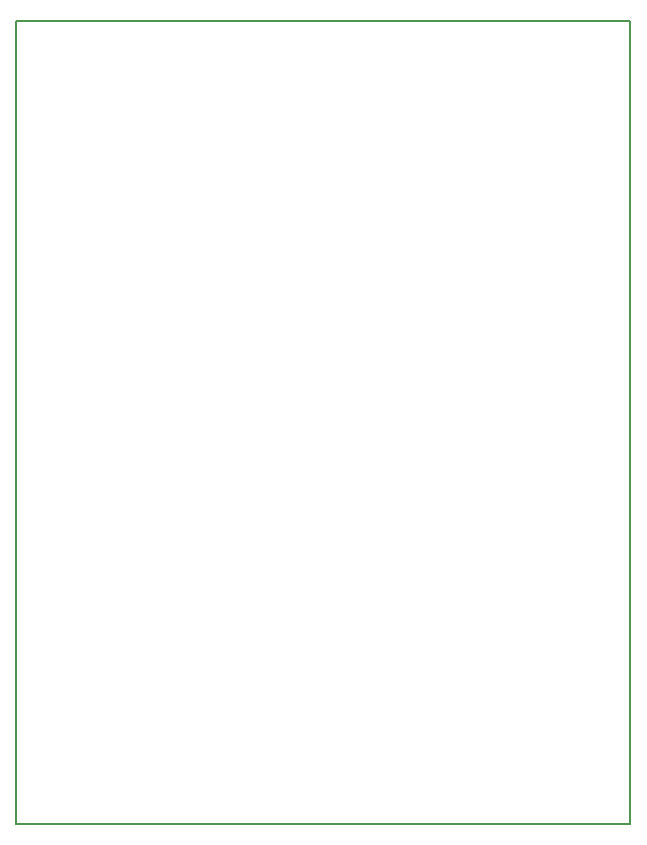
<source format=gbr>
G04 #@! TF.FileFunction,Profile,NP*
%FSLAX46Y46*%
G04 Gerber Fmt 4.6, Leading zero omitted, Abs format (unit mm)*
G04 Created by KiCad (PCBNEW 4.0.7) date Thu Apr 12 17:40:15 2018*
%MOMM*%
%LPD*%
G01*
G04 APERTURE LIST*
%ADD10C,0.100000*%
%ADD11C,0.150000*%
G04 APERTURE END LIST*
D10*
D11*
X100000000Y-168000000D02*
X100000000Y-100000000D01*
X152000000Y-168000000D02*
X100000000Y-168000000D01*
X152000000Y-100000000D02*
X152000000Y-168000000D01*
X100000000Y-100000000D02*
X152000000Y-100000000D01*
M02*

</source>
